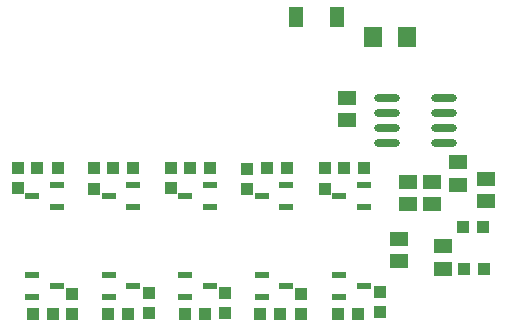
<source format=gbp>
%FSDAX23Y23*%
%MOIN*%
%SFA1B1*%

%IPPOS*%
%ADD10R,0.059100X0.051200*%
%ADD12R,0.051200X0.023600*%
%ADD13R,0.043300X0.039400*%
%ADD14R,0.039400X0.043300*%
%ADD29R,0.063000X0.070900*%
%ADD30R,0.049200X0.066900*%
%ADD31O,0.086600X0.023600*%
%LNdriver-1*%
%LPD*%
G54D10*
X03390Y02967D03*
Y03042D03*
X03070Y03462D03*
Y03537D03*
X03355Y03182D03*
Y03257D03*
X03275Y03182D03*
Y03257D03*
X03440Y03322D03*
Y03247D03*
X03535Y03192D03*
Y03267D03*
X03245Y02992D03*
Y03067D03*
G54D12*
X03126Y03247D03*
Y03172D03*
X03043Y03210D03*
Y02872D03*
Y02947D03*
X03126Y02910D03*
X02869Y03247D03*
Y03172D03*
X02786Y03210D03*
Y02872D03*
Y02947D03*
X02869Y02910D03*
X02614Y03247D03*
Y03172D03*
X02531Y03210D03*
Y02872D03*
Y02947D03*
X02614Y02910D03*
X02359Y03247D03*
Y03172D03*
X02276Y03210D03*
Y02872D03*
Y02947D03*
X02359Y02910D03*
X02104Y03247D03*
Y03172D03*
X02021Y03210D03*
Y02872D03*
Y02947D03*
X02104Y02910D03*
G54D13*
X03127Y03304D03*
X03060D03*
X03041Y02817D03*
X03108D03*
X02870Y03303D03*
X02803D03*
X02782Y02817D03*
X02849D03*
X02614Y03303D03*
X02547D03*
X02530Y02816D03*
X02597D03*
X02359Y03303D03*
X02292D03*
X02275Y02817D03*
X02342D03*
X03456Y03105D03*
X03523D03*
X03461Y02965D03*
X03528D03*
X02106Y03303D03*
X02039D03*
X02023Y02817D03*
X02090D03*
G54D14*
X02996Y03234D03*
Y03301D03*
X03180Y02888D03*
Y02821D03*
X02738Y03233D03*
Y03300D03*
X02917Y02884D03*
Y02817D03*
X02484Y03236D03*
Y03303D03*
X02664Y02885D03*
Y02818D03*
X02228Y03234D03*
Y03301D03*
X02410Y02885D03*
Y02818D03*
X01974Y03235D03*
Y03302D03*
X02155Y02884D03*
Y02817D03*
G54D29*
X03270Y03740D03*
X03159D03*
G54D30*
X03039Y03805D03*
X02900D03*
G54D31*
X03205Y03385D03*
Y03435D03*
Y03485D03*
Y03535D03*
X03394Y03385D03*
Y03435D03*
Y03485D03*
Y03535D03*
M02*
</source>
